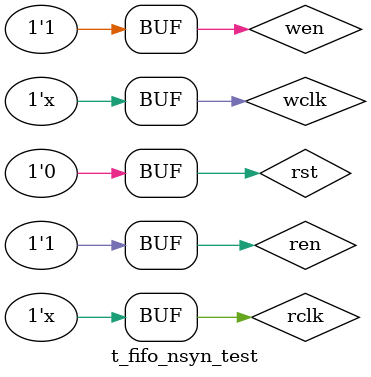
<source format=v>
`timescale 1ns / 1ps
module t_fifo_nsyn_test;

reg wclk;
reg rclk;

reg wen;
reg ren;

wire [ADDR_WIDTH-1:0]raddr_bin             ;
wire [ADDR_WIDTH-1:0]raddr_gray            ;
wire [ADDR_WIDTH-1:0]raddr_gray_next       ;
wire [ADDR_WIDTH-1:0]waddr_gray            ;
wire [ADDR_WIDTH-1:0]rclk_waddr_gray_reg1  ;
wire [ADDR_WIDTH-1:0]rclk_waddr_gray_reg2  ;
wire	  empty;

wire [ADDR_WIDTH-1:0]waddr_bin             ;
reg  [7:0]data_in;
//wire [ADDR_WIDTH-1:0]waddr_gray            ;
wire [ADDR_WIDTH-1:0]waddr_gray_next       ;
wire [7:0]data_out;
//wire [ADDR_WIDTH-1:0]raddr_gray            ;
wire [ADDR_WIDTH-1:0]wclk_raddr_gray_reg1  ;
wire [ADDR_WIDTH-1:0]wclk_raddr_gray_reg2  ;
wire	  full;

reg rst;
wire [ADDR_WIDTH-1:0]waddr_bin_next        ;
wire [ADDR_WIDTH-1:0]raddr_bin_next        ;

parameter ADDR_WIDTH = 5;
always #40 wclk = ~wclk;
always #20 rclk = ~rclk;

always@(posedge wclk)begin
	if(rst) data_in <= 0;
	else 	data_in <= data_in +1 ;
end

initial begin
wclk = 0;
rclk = 0;
rst  = 1;
wen  = 0;
ren  = 0;
#80
rst  = 0;
#80
wen  = 1;

#800
ren  = 1;
end

fifo_nsyn_test #
(.ADDR_WIDTH(5)) 
fifo_nsyn_test
(
.wclk					(wclk					),
.rclk                   (rclk                   ),
.rst                    (rst                    ),
.wen                    (wen                    ),
.ren                    (ren                    ),
.data_in                (data_in                ),
.data_out               (data_out               ),
.full                   (full                   ),
.empty                  (empty                  ),
.waddr_bin              (waddr_bin              ),
.waddr_bin_next         (waddr_bin_next         ),
.waddr_gray             (waddr_gray             ),
.waddr_gray_next        (waddr_gray_next        ),
.raddr_bin              (raddr_bin              ),
.raddr_bin_next         (raddr_bin_next         ),
.raddr_gray             (raddr_gray             ),
.raddr_gray_next        (raddr_gray_next        ),
.wclk_raddr_gray_reg1   (wclk_raddr_gray_reg1   ),
.wclk_raddr_gray_reg2   (wclk_raddr_gray_reg2   ),
.rclk_waddr_gray_reg1   (rclk_waddr_gray_reg1   ),
.rclk_waddr_gray_reg2   (rclk_waddr_gray_reg2   )

);
endmodule
</source>
